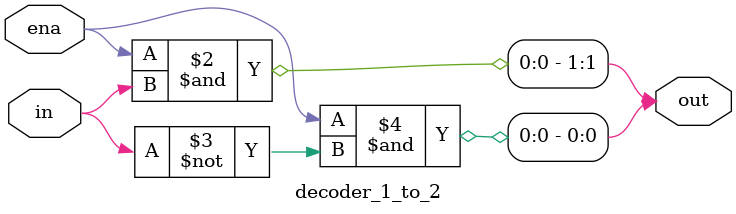
<source format=sv>
module decoder_1_to_2(ena, in, out);

	input wire ena;
	input wire in;
	output logic [1:0] out;

	always_comb begin
		out[1] = ena & in;
		out[0] = ena & ~in;
	end

endmodule

</source>
